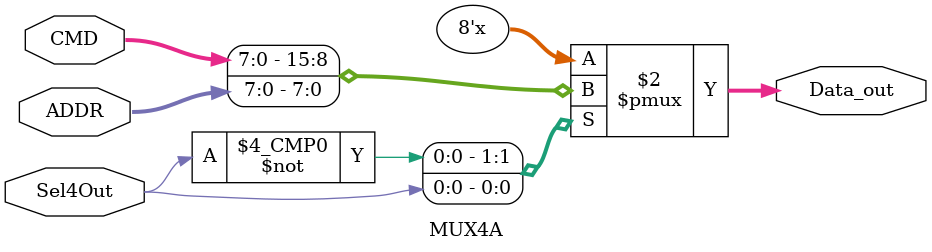
<source format=v>
module MUX4A(
    input		[7:0]	CMD,//in 8
    input		[7:0]	ADDR,//in 8
    input				Sel4Out,//in 2
    output	reg	[7:0]	Data_out//out 8
    );
	always@(*)begin
		case(Sel4Out)
			1'd0:begin
				Data_out=CMD;
			end
			1'd1:begin
				Data_out=ADDR;
			end
			default:begin
				Data_out=8'dx;
			end  
		endcase
	end
endmodule
</source>
